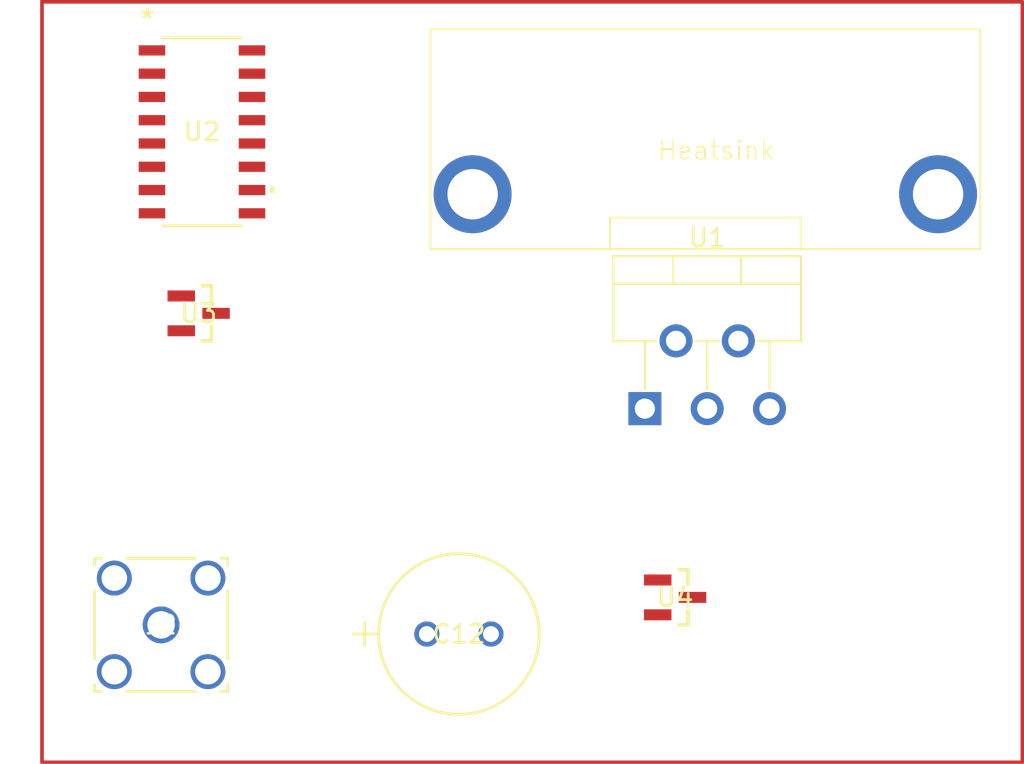
<source format=kicad_pcb>
(kicad_pcb (version 20240108) (generator "pcbnew") (generator_version "8.0")
  (layers (0 "F.Cu" signal) (31 "B.Cu" signal) (34 "B.Paste" user) (35 "F.Paste" user) (36 "B.SilkS" user "B.Silkscreen") (37 "F.SilkS" user "F.Silkscreen") (38 "B.Mask" user) (39 "F.Mask" user) (44 "Edge.Cuts" user))
  (net 0 "")
  (net 3 "Net-(C9-Pad2)")
  (net 4 "+15V")
  (net 5 "Net-(U1--)")
  (net 9 "GND")
  (net 10 "-15V")
  (net 11 "Net-(U2-B4)")
  (net 12 "Net-(U2-VREF(-))")
  (net 13 "Net-(U2-B5)")
  (net 14 "Net-(U2-B2)")
  (net 15 "Net-(U2-B3)")
  (net 16 "Net-(U2-B8)")
  (net 17 "Net-(U2-B6)")
  (net 18 "Net-(U2-B7)")
  (net 19 "Net-(U2-COMP)")
  (net 20 "Net-(U2-B1)")
  (net 21 "Net-(U2-VREF(+))")
  (net 22 "/VRef+")
  (net 23 "Net-(U4-REF)")
  (footprint "Capacitor_THT:CAP_YX_8X11P5_RUB" (layer "F.Cu") (at 125.5 113.5)
    (property "Reference" "C12" (at 1.75 0 0) (layer "F.SilkS"))
    (property "Value" "50YXJ100MT78X11.5")
    (fp_line (start -4.0285 0) (end -2.7585 0) (stroke (width 0.1524)) (layer "F.SilkS"))
    (fp_line (start -3.3935 -0.635) (end -3.3935 0.635) (stroke (width 0.1524)) (layer "F.SilkS"))
    (fp_circle (center 1.75 0) (end 6.1315 0) (stroke (width 0.1524)) (fill none) (layer "F.SilkS"))
    (pad "1" thru_hole circle (at 0 0) (size 1.3716 1.3716) (drill 0.8636) (layers "*.Cu" "*.Mask"))
    (pad "2" thru_hole circle (at 3.500001 0) (size 1.3716 1.3716) (drill 0.8636) (layers "*.Cu" "*.Mask"))
  )
  (footprint "DAC0800LCM_SMT:M16A_TEX" (layer "F.Cu") (at 113.2305 86.095)
    (property "Reference" "U2" (at 0 0 0) (layer "F.SilkS"))
    (property "Value" "DAC0800LCM")
    (fp_line (start -2.1336 5.1308) (end 2.1336 5.1308) (stroke (width 0.1524)) (layer "F.SilkS"))
    (fp_line (start 2.1336 -5.1308) (end -2.1336 -5.1308) (stroke (width 0.1524)) (layer "F.SilkS"))
    (fp_poly (pts (xy 3.9624 2.9845) (xy 3.9624 3.3655) (xy 3.7084 3.3655) (xy 3.7084 2.9845)) (fill solid) (layer "F.SilkS"))
    (fp_text user "*" (at -2.9845 -6.1468 0) (layer "F.SilkS"))
    (fp_text user "*" (at -2.9845 -6.1468 0) (layer "F.SilkS"))
    (pad "1" smd rect (at -2.7305 -4.445) (size 1.4478 0.5588) (layers "F.Cu" "F.Paste" "F.Mask") (net 4 "+15V"))
    (pad "2" smd rect (at -2.7305 -3.175) (size 1.4478 0.5588) (layers "F.Cu" "F.Paste" "F.Mask") (net 21 "Net-(U2-VREF(+))"))
    (pad "3" smd rect (at -2.7305 -1.905) (size 1.4478 0.5588) (layers "F.Cu" "F.Paste" "F.Mask") (net 12 "Net-(U2-VREF(-))"))
    (pad "4" smd rect (at -2.7305 -0.635) (size 1.4478 0.5588) (layers "F.Cu" "F.Paste" "F.Mask") (net 19 "Net-(U2-COMP)"))
    (pad "5" smd rect (at -2.7305 0.635) (size 1.4478 0.5588) (layers "F.Cu" "F.Paste" "F.Mask") (net 9 "GND"))
    (pad "6" smd rect (at -2.7305 1.905) (size 1.4478 0.5588) (layers "F.Cu" "F.Paste" "F.Mask") (net 9 "GND"))
    (pad "7" smd rect (at -2.7305 3.175) (size 1.4478 0.5588) (layers "F.Cu" "F.Paste" "F.Mask") (net 10 "-15V"))
    (pad "8" smd rect (at -2.7305 4.445) (size 1.4478 0.5588) (layers "F.Cu" "F.Paste" "F.Mask") (net 5 "Net-(U1--)"))
    (pad "9" smd rect (at 2.7305 4.445) (size 1.4478 0.5588) (layers "F.Cu" "F.Paste" "F.Mask") (net 20 "Net-(U2-B1)"))
    (pad "10" smd rect (at 2.7305 3.175) (size 1.4478 0.5588) (layers "F.Cu" "F.Paste" "F.Mask") (net 14 "Net-(U2-B2)"))
    (pad "11" smd rect (at 2.7305 1.905) (size 1.4478 0.5588) (layers "F.Cu" "F.Paste" "F.Mask") (net 15 "Net-(U2-B3)"))
    (pad "12" smd rect (at 2.7305 0.635) (size 1.4478 0.5588) (layers "F.Cu" "F.Paste" "F.Mask") (net 11 "Net-(U2-B4)"))
    (pad "13" smd rect (at 2.7305 -0.635) (size 1.4478 0.5588) (layers "F.Cu" "F.Paste" "F.Mask") (net 13 "Net-(U2-B5)"))
    (pad "14" smd rect (at 2.7305 -1.905) (size 1.4478 0.5588) (layers "F.Cu" "F.Paste" "F.Mask") (net 17 "Net-(U2-B6)"))
    (pad "15" smd rect (at 2.7305 -3.175) (size 1.4478 0.5588) (layers "F.Cu" "F.Paste" "F.Mask") (net 18 "Net-(U2-B7)"))
    (pad "16" smd rect (at 2.7305 -4.445) (size 1.4478 0.5588) (layers "F.Cu" "F.Paste" "F.Mask") (net 16 "Net-(U2-B8)"))
  )
  (footprint "TL431AIDBZR:DBZ0003A_N" (layer "F.Cu") (at 139.049999 111.5)
    (property "Reference" "U4" (at 0 0 0) (layer "F.SilkS"))
    (property "Value" "TL431AIDBZR")
    (fp_line (start 0.200002 -1.5) (end 0.700001 -1.5) (stroke (width 0.2)) (layer "F.SilkS"))
    (fp_line (start 0.200002 1.5) (end 0.700001 1.5) (stroke (width 0.2)) (layer "F.SilkS"))
    (fp_line (start 0.700001 -0.700001) (end 0.700001 -1.5) (stroke (width 0.2)) (layer "F.SilkS"))
    (fp_line (start 0.700001 1.5) (end 0.700001 0.699999) (stroke (width 0.2)) (layer "F.SilkS"))
    (pad "1" smd rect (at -0.949998 -0.950001 90) (size 0.599999 1.5) (layers "F.Cu" "F.Paste" "F.Mask") (net 22 "/VRef+"))
    (pad "2" smd rect (at -0.949998 0.949998 90) (size 0.599999 1.5) (layers "F.Cu" "F.Paste" "F.Mask") (net 23 "Net-(U4-REF)"))
    (pad "3" smd rect (at 0.950001 0 90) (size 0.599999 1.5) (layers "F.Cu" "F.Paste" "F.Mask") (net 9 "GND"))
  )
  (footprint "TL431AIDBZR:DBZ0003A_N" (layer "F.Cu") (at 113.049999 96)
    (property "Reference" "U3" (at 0 0 0) (layer "F.SilkS"))
    (property "Value" "TL431AIDBZR")
    (fp_line (start 0.200002 -1.5) (end 0.700001 -1.5) (stroke (width 0.2)) (layer "F.SilkS"))
    (fp_line (start 0.200002 1.5) (end 0.700001 1.5) (stroke (width 0.2)) (layer "F.SilkS"))
    (fp_line (start 0.700001 -0.700001) (end 0.700001 -1.5) (stroke (width 0.2)) (layer "F.SilkS"))
    (fp_line (start 0.700001 1.5) (end 0.700001 0.699999) (stroke (width 0.2)) (layer "F.SilkS"))
    (pad "1" smd rect (at -0.949998 -0.950001 90) (size 0.599999 1.5) (layers "F.Cu" "F.Paste" "F.Mask"))
    (pad "2" smd rect (at -0.949998 0.949998 90) (size 0.599999 1.5) (layers "F.Cu" "F.Paste" "F.Mask"))
    (pad "3" smd rect (at 0.950001 0 90) (size 0.599999 1.5) (layers "F.Cu" "F.Paste" "F.Mask"))
  )
  (footprint "RF:CONN_RF2-04A-T-00-50-G_ADM" (layer "F.Cu") (at 111 113)
    (property "Reference" "J2" (at 0 0 0) (layer "F.SilkS"))
    (property "Value" "RF2-04A-T-00-50-G")
    (fp_line (start -3.6322 -3.6322) (end -3.6322 -3.250211) (stroke (width 0.1524)) (layer "F.SilkS"))
    (fp_line (start -3.6322 -1.855189) (end -3.6322 1.855189) (stroke (width 0.1524)) (layer "F.SilkS"))
    (fp_line (start -3.6322 3.250211) (end -3.6322 3.6322) (stroke (width 0.1524)) (layer "F.SilkS"))
    (fp_line (start -3.6322 3.6322) (end -3.250211 3.6322) (stroke (width 0.1524)) (layer "F.SilkS"))
    (fp_line (start -3.250211 -3.6322) (end -3.6322 -3.6322) (stroke (width 0.1524)) (layer "F.SilkS"))
    (fp_line (start -1.855189 3.6322) (end 1.855189 3.6322) (stroke (width 0.1524)) (layer "F.SilkS"))
    (fp_line (start 1.855189 -3.6322) (end -1.855189 -3.6322) (stroke (width 0.1524)) (layer "F.SilkS"))
    (fp_line (start 3.250211 3.6322) (end 3.6322 3.6322) (stroke (width 0.1524)) (layer "F.SilkS"))
    (fp_line (start 3.6322 -3.6322) (end 3.250211 -3.6322) (stroke (width 0.1524)) (layer "F.SilkS"))
    (fp_line (start 3.6322 -3.250211) (end 3.6322 -3.6322) (stroke (width 0.1524)) (layer "F.SilkS"))
    (fp_line (start 3.6322 1.855189) (end 3.6322 -1.855189) (stroke (width 0.1524)) (layer "F.SilkS"))
    (fp_line (start 3.6322 3.6322) (end 3.6322 3.250211) (stroke (width 0.1524)) (layer "F.SilkS"))
    (pad "1" thru_hole circle (at 0 0) (size 2.0066 2.0066) (drill 1.4986) (layers "*.Cu" "*.Mask") (net 3 "Net-(C9-Pad2)"))
    (pad "2" thru_hole circle (at -2.5527 -2.5527) (size 1.905 1.905) (drill 1.397) (layers "*.Cu" "*.Mask"))
    (pad "3" thru_hole circle (at -2.5527 2.5527) (size 1.905 1.905) (drill 1.397) (layers "*.Cu" "*.Mask"))
    (pad "4" thru_hole circle (at 2.5527 2.5527) (size 1.905 1.905) (drill 1.397) (layers "*.Cu" "*.Mask"))
    (pad "5" thru_hole circle (at 2.5527 -2.5527) (size 1.905 1.905) (drill 1.397) (layers "*.Cu" "*.Mask"))
  )
  (footprint "Package_TO_SOT_THT:TO-220-5_P3.4x3.7mm_StaggerOdd_Lead3.8mm_Vertical" (layer "F.Cu") (at 137.4 101.2)
    (property "Reference" "U1" (at 3.4 -9.32 0) (layer "F.SilkS"))
    (property "Value" "TDA2050")
    (fp_line (start -1.721 -8.32) (end -1.721 -3.679) (stroke (width 0.12)) (layer "F.SilkS"))
    (fp_line (start -1.721 -8.32) (end 8.52 -8.32) (stroke (width 0.12)) (layer "F.SilkS"))
    (fp_line (start -1.721 -6.811) (end 8.52 -6.811) (stroke (width 0.12)) (layer "F.SilkS"))
    (fp_line (start -1.721 -3.679) (end 0.635 -3.679) (stroke (width 0.12)) (layer "F.SilkS"))
    (fp_line (start 0 -3.679) (end 0 -1.049) (stroke (width 0.12)) (layer "F.SilkS"))
    (fp_line (start 1.55 -8.32) (end 1.55 -6.811) (stroke (width 0.12)) (layer "F.SilkS"))
    (fp_line (start 2.765 -3.679) (end 4.035 -3.679) (stroke (width 0.12)) (layer "F.SilkS"))
    (fp_line (start 3.4 -3.679) (end 3.4 -1.065) (stroke (width 0.12)) (layer "F.SilkS"))
    (fp_line (start 5.25 -8.32) (end 5.25 -6.811) (stroke (width 0.12)) (layer "F.SilkS"))
    (fp_line (start 6.165 -3.679) (end 8.52 -3.679) (stroke (width 0.12)) (layer "F.SilkS"))
    (fp_line (start 6.8 -3.679) (end 6.8 -1.065) (stroke (width 0.12)) (layer "F.SilkS"))
    (fp_line (start 8.52 -8.32) (end 8.52 -3.679) (stroke (width 0.12)) (layer "F.SilkS"))
    (pad "1" thru_hole rect (at 0 0) (size 1.8 1.8) (drill 1.1) (layers "*.Cu" "*.Mask") (net 9 "GND"))
    (pad "2" thru_hole oval (at 1.7 -3.7) (size 1.8 1.8) (drill 1.1) (layers "*.Cu" "*.Mask") (net 5 "Net-(U1--)"))
    (pad "3" thru_hole oval (at 3.4 0) (size 1.8 1.8) (drill 1.1) (layers "*.Cu" "*.Mask") (net 10 "-15V"))
    (pad "4" thru_hole oval (at 5.1 -3.7) (size 1.8 1.8) (drill 1.1) (layers "*.Cu" "*.Mask") (net 3 "Net-(C9-Pad2)"))
    (pad "5" thru_hole oval (at 6.8 0) (size 1.8 1.8) (drill 1.1) (layers "*.Cu" "*.Mask") (net 4 "+15V"))
  )
  (footprint "V6560Y:V6560Y" (layer "F.Cu") (at 140.7 89.5)
    (property "Reference" "Heatsink" (at 0.6 -2.4 0) (layer "F.SilkS") (effects (font (thickness 0.1))))
    (property "Value" "V6560Y")
    (fp_rect (start -15 -9) (end 15 3) (stroke (width 0.1)) (fill none) (layer "F.SilkS"))
    (fp_rect (start -5.2 1.2746) (end 5.2 3) (stroke (width 0.1)) (fill none) (layer "F.SilkS"))
    (pad "" np_thru_hole circle (at -12.7 0) (size 4.25 4.25) (drill 2.75) (layers "F&B.Cu" "*.Mask"))
    (pad "" np_thru_hole circle (at 12.7 0) (size 4.25 4.25) (drill 2.75) (layers "F&B.Cu" "*.Mask"))
  )
  (gr_rect (start 104.5 79) (end 158 120.5) (stroke (width 0.2)) (fill none) (layer "F.Cu"))
)
</source>
